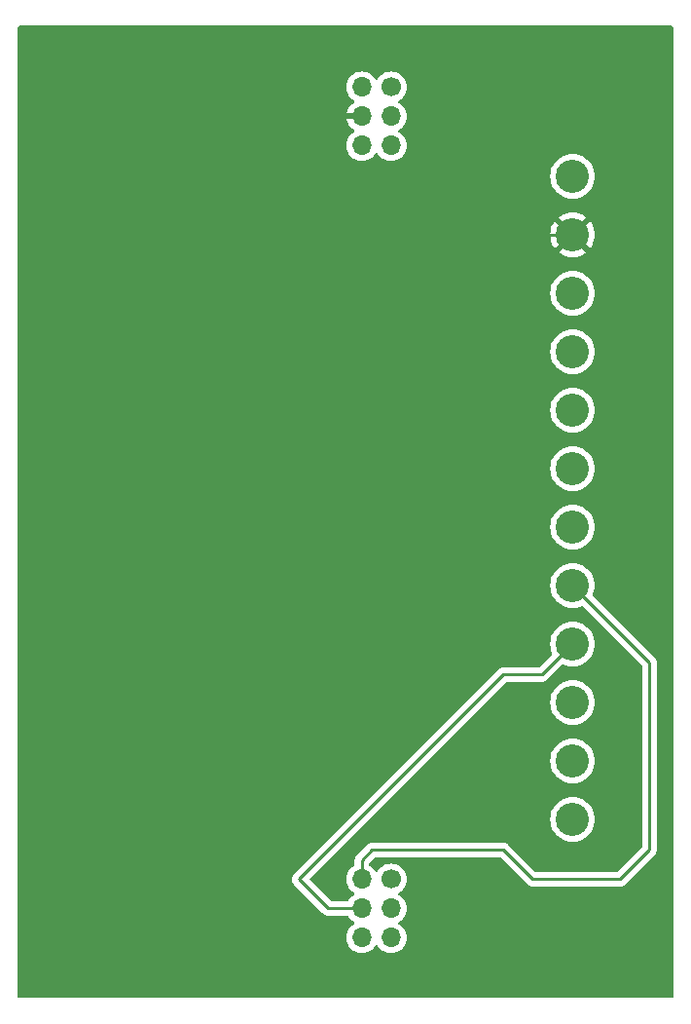
<source format=gbr>
%TF.GenerationSoftware,KiCad,Pcbnew,(7.0.0)*%
%TF.CreationDate,2023-03-18T03:05:19-07:00*%
%TF.ProjectId,Bottom_Board,426f7474-6f6d-45f4-926f-6172642e6b69,0*%
%TF.SameCoordinates,Original*%
%TF.FileFunction,Copper,L2,Bot*%
%TF.FilePolarity,Positive*%
%FSLAX46Y46*%
G04 Gerber Fmt 4.6, Leading zero omitted, Abs format (unit mm)*
G04 Created by KiCad (PCBNEW (7.0.0)) date 2023-03-18 03:05:19*
%MOMM*%
%LPD*%
G01*
G04 APERTURE LIST*
%TA.AperFunction,ComponentPad*%
%ADD10C,1.700000*%
%TD*%
%TA.AperFunction,ComponentPad*%
%ADD11O,1.700000X1.700000*%
%TD*%
%TA.AperFunction,ComponentPad*%
%ADD12C,2.880000*%
%TD*%
%TA.AperFunction,Conductor*%
%ADD13C,0.250000*%
%TD*%
G04 APERTURE END LIST*
D10*
%TO.P,J4,1,Pin_1*%
%TO.N,AN1*%
X132461000Y-68326000D03*
D11*
%TO.P,J4,2,Pin_2*%
%TO.N,AN0*%
X129920999Y-68325999D03*
%TO.P,J4,3,Pin_3*%
%TO.N,AN2*%
X132460999Y-70865999D03*
%TO.P,J4,4,Pin_4*%
%TO.N,GND*%
X129920999Y-70865999D03*
%TO.P,J4,5,Pin_5*%
%TO.N,AN3*%
X132460999Y-73405999D03*
%TO.P,J4,6,Pin_6*%
%TO.N,VBAT*%
X129920999Y-73405999D03*
%TD*%
D12*
%TO.P,J6,1,Pin_1*%
%TO.N,D9*%
X148251200Y-131962000D03*
%TO.P,J6,2,Pin_2*%
%TO.N,D6*%
X148251200Y-126882000D03*
%TO.P,J6,3,Pin_3*%
%TO.N,D5*%
X148251200Y-121802000D03*
%TO.P,J6,4,Pin_4*%
%TO.N,A2*%
X148251200Y-116722000D03*
%TO.P,J6,5,Pin_5*%
%TO.N,A0*%
X148251200Y-111642000D03*
%TO.P,J6,6,Pin_6*%
%TO.N,A1*%
X148251200Y-106562000D03*
%TO.P,J6,7,Pin_7*%
%TO.N,VBAT*%
X148251200Y-101482000D03*
%TO.P,J6,8,Pin_8*%
%TO.N,AN3*%
X148251200Y-96402000D03*
%TO.P,J6,9,Pin_9*%
%TO.N,AN2*%
X148251200Y-91322000D03*
%TO.P,J6,10,Pin_10*%
%TO.N,AN1*%
X148251200Y-86242000D03*
%TO.P,J6,11,Pin_11*%
%TO.N,GND*%
X148251200Y-81162000D03*
%TO.P,J6,12,Pin_12*%
%TO.N,AN0*%
X148251200Y-76082000D03*
%TD*%
D10*
%TO.P,J3,1,Pin_1*%
%TO.N,D5*%
X132461000Y-137160000D03*
D11*
%TO.P,J3,2,Pin_2*%
%TO.N,A0*%
X129920999Y-137159999D03*
%TO.P,J3,3,Pin_3*%
%TO.N,D6*%
X132460999Y-139699999D03*
%TO.P,J3,4,Pin_4*%
%TO.N,A2*%
X129920999Y-139699999D03*
%TO.P,J3,5,Pin_5*%
%TO.N,D9*%
X132460999Y-142239999D03*
%TO.P,J3,6,Pin_6*%
%TO.N,A1*%
X129920999Y-142239999D03*
%TD*%
D13*
%TO.N,A0*%
X154940000Y-118330800D02*
X148251200Y-111642000D01*
X154940000Y-134620000D02*
X154940000Y-118330800D01*
X130810000Y-134620000D02*
X142240000Y-134620000D01*
X142240000Y-134620000D02*
X144780000Y-137160000D01*
X129921000Y-135509000D02*
X130810000Y-134620000D01*
X144780000Y-137160000D02*
X152400000Y-137160000D01*
X152400000Y-137160000D02*
X154940000Y-134620000D01*
X129921000Y-137160000D02*
X129921000Y-135509000D01*
%TO.N,A2*%
X145593200Y-119380000D02*
X148251200Y-116722000D01*
X142240000Y-119380000D02*
X145593200Y-119380000D01*
X124460000Y-137160000D02*
X142240000Y-119380000D01*
X127000000Y-139700000D02*
X124460000Y-137160000D01*
X129921000Y-139700000D02*
X127000000Y-139700000D01*
%TO.N,GND*%
X127000000Y-76200000D02*
X131962000Y-81162000D01*
X127254000Y-70866000D02*
X127000000Y-71120000D01*
X129921000Y-70866000D02*
X127254000Y-70866000D01*
X127000000Y-71120000D02*
X127000000Y-76200000D01*
X131962000Y-81162000D02*
X148251200Y-81162000D01*
%TD*%
%TA.AperFunction,Conductor*%
%TO.N,GND*%
G36*
X156937500Y-63017113D02*
G01*
X156982887Y-63062500D01*
X156999500Y-63124500D01*
X156999500Y-147375500D01*
X156982887Y-147437500D01*
X156937500Y-147482887D01*
X156875500Y-147499500D01*
X100124500Y-147499500D01*
X100062500Y-147482887D01*
X100017113Y-147437500D01*
X100000500Y-147375500D01*
X100000500Y-137140196D01*
X123829840Y-137140196D01*
X123830573Y-137147953D01*
X123830573Y-137147962D01*
X123835059Y-137195414D01*
X123835548Y-137203186D01*
X123837045Y-137250828D01*
X123837046Y-137250834D01*
X123837291Y-137258627D01*
X123839467Y-137266118D01*
X123839468Y-137266122D01*
X123839572Y-137266479D01*
X123843942Y-137289385D01*
X123843977Y-137289760D01*
X123843979Y-137289769D01*
X123844713Y-137297533D01*
X123847354Y-137304869D01*
X123847355Y-137304873D01*
X123863501Y-137349721D01*
X123865907Y-137357127D01*
X123879205Y-137402899D01*
X123879206Y-137402903D01*
X123881382Y-137410390D01*
X123885350Y-137417100D01*
X123885355Y-137417111D01*
X123885548Y-137417437D01*
X123895473Y-137438527D01*
X123895602Y-137438886D01*
X123895603Y-137438889D01*
X123898246Y-137446228D01*
X123929429Y-137492113D01*
X123933592Y-137498673D01*
X123961830Y-137546420D01*
X123967344Y-137551934D01*
X123967345Y-137551935D01*
X123967605Y-137552195D01*
X123982478Y-137570173D01*
X123987076Y-137576938D01*
X124022196Y-137607900D01*
X124028685Y-137613621D01*
X124034364Y-137618954D01*
X126502707Y-140087298D01*
X126510159Y-140095487D01*
X126514214Y-140101877D01*
X126563223Y-140147900D01*
X126566019Y-140150610D01*
X126585529Y-140170120D01*
X126588709Y-140172587D01*
X126597571Y-140180155D01*
X126611020Y-140192785D01*
X126623732Y-140204723D01*
X126623734Y-140204724D01*
X126629418Y-140210062D01*
X126636251Y-140213818D01*
X126636252Y-140213819D01*
X126646973Y-140219713D01*
X126663234Y-140230394D01*
X126679064Y-140242673D01*
X126719155Y-140260021D01*
X126729635Y-140265155D01*
X126767908Y-140286197D01*
X126787316Y-140291180D01*
X126805719Y-140297481D01*
X126816944Y-140302339D01*
X126816946Y-140302339D01*
X126824104Y-140305437D01*
X126867258Y-140312271D01*
X126878644Y-140314629D01*
X126920981Y-140325500D01*
X126941017Y-140325500D01*
X126960415Y-140327027D01*
X126972486Y-140328939D01*
X126972487Y-140328939D01*
X126980196Y-140330160D01*
X127018276Y-140326560D01*
X127023676Y-140326050D01*
X127035345Y-140325500D01*
X128645772Y-140325500D01*
X128703029Y-140339511D01*
X128747347Y-140378376D01*
X128879399Y-140566966D01*
X128879402Y-140566970D01*
X128882505Y-140571401D01*
X129049599Y-140738495D01*
X129054032Y-140741599D01*
X129054038Y-140741604D01*
X129235158Y-140868425D01*
X129274024Y-140912743D01*
X129288035Y-140970000D01*
X129274024Y-141027257D01*
X129235159Y-141071575D01*
X129054041Y-141198395D01*
X129049599Y-141201505D01*
X129045775Y-141205328D01*
X129045769Y-141205334D01*
X128886334Y-141364769D01*
X128886328Y-141364775D01*
X128882505Y-141368599D01*
X128879402Y-141373029D01*
X128879399Y-141373034D01*
X128750073Y-141557731D01*
X128750068Y-141557738D01*
X128746965Y-141562171D01*
X128744677Y-141567077D01*
X128744675Y-141567081D01*
X128649386Y-141771427D01*
X128649383Y-141771432D01*
X128647097Y-141776337D01*
X128645698Y-141781557D01*
X128645694Y-141781569D01*
X128587337Y-141999365D01*
X128587335Y-141999371D01*
X128585937Y-142004592D01*
X128565341Y-142240000D01*
X128585937Y-142475408D01*
X128587336Y-142480630D01*
X128587337Y-142480634D01*
X128645694Y-142698430D01*
X128645697Y-142698438D01*
X128647097Y-142703663D01*
X128649385Y-142708570D01*
X128649386Y-142708572D01*
X128744678Y-142912927D01*
X128744681Y-142912933D01*
X128746965Y-142917830D01*
X128750064Y-142922257D01*
X128750066Y-142922259D01*
X128879399Y-143106966D01*
X128879402Y-143106970D01*
X128882505Y-143111401D01*
X129049599Y-143278495D01*
X129243170Y-143414035D01*
X129457337Y-143513903D01*
X129685592Y-143575063D01*
X129921000Y-143595659D01*
X130156408Y-143575063D01*
X130384663Y-143513903D01*
X130598830Y-143414035D01*
X130792401Y-143278495D01*
X130959495Y-143111401D01*
X131089424Y-142925842D01*
X131133743Y-142886976D01*
X131191000Y-142872965D01*
X131248257Y-142886976D01*
X131292575Y-142925842D01*
X131419395Y-143106961D01*
X131419401Y-143106968D01*
X131422505Y-143111401D01*
X131589599Y-143278495D01*
X131783170Y-143414035D01*
X131997337Y-143513903D01*
X132225592Y-143575063D01*
X132461000Y-143595659D01*
X132696408Y-143575063D01*
X132924663Y-143513903D01*
X133138830Y-143414035D01*
X133332401Y-143278495D01*
X133499495Y-143111401D01*
X133635035Y-142917830D01*
X133734903Y-142703663D01*
X133796063Y-142475408D01*
X133816659Y-142240000D01*
X133796063Y-142004592D01*
X133734903Y-141776337D01*
X133635035Y-141562171D01*
X133499495Y-141368599D01*
X133332401Y-141201505D01*
X133327968Y-141198401D01*
X133327961Y-141198395D01*
X133146842Y-141071575D01*
X133107976Y-141027257D01*
X133093965Y-140970000D01*
X133107976Y-140912743D01*
X133146842Y-140868425D01*
X133327961Y-140741604D01*
X133327961Y-140741603D01*
X133332401Y-140738495D01*
X133499495Y-140571401D01*
X133635035Y-140377830D01*
X133734903Y-140163663D01*
X133796063Y-139935408D01*
X133816659Y-139700000D01*
X133796063Y-139464592D01*
X133734903Y-139236337D01*
X133635035Y-139022171D01*
X133499495Y-138828599D01*
X133332401Y-138661505D01*
X133327970Y-138658402D01*
X133327966Y-138658399D01*
X133146841Y-138531574D01*
X133107976Y-138487256D01*
X133093965Y-138429999D01*
X133107976Y-138372742D01*
X133146839Y-138328426D01*
X133332401Y-138198495D01*
X133499495Y-138031401D01*
X133635035Y-137837830D01*
X133734903Y-137623663D01*
X133796063Y-137395408D01*
X133816659Y-137160000D01*
X133796063Y-136924592D01*
X133734903Y-136696337D01*
X133635035Y-136482171D01*
X133499495Y-136288599D01*
X133332401Y-136121505D01*
X133327970Y-136118402D01*
X133327966Y-136118399D01*
X133143259Y-135989066D01*
X133143257Y-135989064D01*
X133138830Y-135985965D01*
X133133933Y-135983681D01*
X133133927Y-135983678D01*
X132929572Y-135888386D01*
X132929570Y-135888385D01*
X132924663Y-135886097D01*
X132919438Y-135884697D01*
X132919430Y-135884694D01*
X132701634Y-135826337D01*
X132701630Y-135826336D01*
X132696408Y-135824937D01*
X132691020Y-135824465D01*
X132691017Y-135824465D01*
X132466395Y-135804813D01*
X132461000Y-135804341D01*
X132455605Y-135804813D01*
X132230982Y-135824465D01*
X132230977Y-135824465D01*
X132225592Y-135824937D01*
X132220371Y-135826335D01*
X132220365Y-135826337D01*
X132002569Y-135884694D01*
X132002557Y-135884698D01*
X131997337Y-135886097D01*
X131992432Y-135888383D01*
X131992427Y-135888386D01*
X131788081Y-135983675D01*
X131788077Y-135983677D01*
X131783171Y-135985965D01*
X131778738Y-135989068D01*
X131778731Y-135989073D01*
X131594034Y-136118399D01*
X131594029Y-136118402D01*
X131589599Y-136121505D01*
X131585775Y-136125328D01*
X131585769Y-136125334D01*
X131426334Y-136284769D01*
X131426328Y-136284775D01*
X131422505Y-136288599D01*
X131419403Y-136293028D01*
X131419403Y-136293029D01*
X131292574Y-136474160D01*
X131248256Y-136513025D01*
X131190999Y-136527036D01*
X131133742Y-136513025D01*
X131089426Y-136474161D01*
X130959495Y-136288599D01*
X130792401Y-136121505D01*
X130787970Y-136118402D01*
X130787966Y-136118399D01*
X130599376Y-135986347D01*
X130560511Y-135942029D01*
X130546500Y-135884772D01*
X130546500Y-135819452D01*
X130555939Y-135771999D01*
X130582819Y-135731771D01*
X131032772Y-135281819D01*
X131073000Y-135254939D01*
X131120453Y-135245500D01*
X141929548Y-135245500D01*
X141977001Y-135254939D01*
X142017229Y-135281819D01*
X144282707Y-137547298D01*
X144290159Y-137555487D01*
X144294214Y-137561877D01*
X144343223Y-137607900D01*
X144346019Y-137610610D01*
X144365529Y-137630120D01*
X144368709Y-137632587D01*
X144377571Y-137640155D01*
X144390880Y-137652654D01*
X144403732Y-137664723D01*
X144403734Y-137664724D01*
X144409418Y-137670062D01*
X144416251Y-137673818D01*
X144416252Y-137673819D01*
X144426973Y-137679713D01*
X144443234Y-137690394D01*
X144459064Y-137702673D01*
X144499155Y-137720021D01*
X144509635Y-137725155D01*
X144547908Y-137746197D01*
X144567316Y-137751180D01*
X144585719Y-137757481D01*
X144596944Y-137762339D01*
X144596946Y-137762339D01*
X144604104Y-137765437D01*
X144647258Y-137772271D01*
X144658644Y-137774629D01*
X144700981Y-137785500D01*
X144721017Y-137785500D01*
X144740415Y-137787027D01*
X144752486Y-137788939D01*
X144752487Y-137788939D01*
X144760196Y-137790160D01*
X144798276Y-137786560D01*
X144803676Y-137786050D01*
X144815345Y-137785500D01*
X152322225Y-137785500D01*
X152333280Y-137786021D01*
X152340667Y-137787673D01*
X152407872Y-137785561D01*
X152411768Y-137785500D01*
X152435448Y-137785500D01*
X152439350Y-137785500D01*
X152443313Y-137784999D01*
X152454963Y-137784080D01*
X152498627Y-137782709D01*
X152517861Y-137777119D01*
X152536917Y-137773174D01*
X152556792Y-137770664D01*
X152597395Y-137754587D01*
X152608450Y-137750802D01*
X152650390Y-137738618D01*
X152667629Y-137728422D01*
X152685103Y-137719862D01*
X152696474Y-137715360D01*
X152696476Y-137715358D01*
X152703732Y-137712486D01*
X152739069Y-137686811D01*
X152748824Y-137680403D01*
X152786420Y-137658170D01*
X152800584Y-137644005D01*
X152815379Y-137631368D01*
X152831587Y-137619594D01*
X152859428Y-137585938D01*
X152867279Y-137577309D01*
X155327311Y-135117278D01*
X155335481Y-135109844D01*
X155341877Y-135105786D01*
X155387918Y-135056756D01*
X155390535Y-135054054D01*
X155410120Y-135034471D01*
X155412585Y-135031292D01*
X155420167Y-135022416D01*
X155450062Y-134990582D01*
X155459713Y-134973023D01*
X155470390Y-134956770D01*
X155482673Y-134940936D01*
X155500018Y-134900852D01*
X155505151Y-134890371D01*
X155526197Y-134852092D01*
X155531179Y-134832684D01*
X155537482Y-134814276D01*
X155545437Y-134795896D01*
X155552271Y-134752744D01*
X155554633Y-134741338D01*
X155565500Y-134699019D01*
X155565500Y-134678983D01*
X155567027Y-134659585D01*
X155568939Y-134647513D01*
X155568938Y-134647513D01*
X155570160Y-134639804D01*
X155566050Y-134596324D01*
X155565500Y-134584655D01*
X155565500Y-118408575D01*
X155566021Y-118397519D01*
X155567673Y-118390133D01*
X155565561Y-118322913D01*
X155565500Y-118319019D01*
X155565500Y-118295342D01*
X155565500Y-118291450D01*
X155564998Y-118287483D01*
X155564081Y-118275826D01*
X155562710Y-118232173D01*
X155557118Y-118212928D01*
X155553174Y-118193883D01*
X155550664Y-118174008D01*
X155534579Y-118133383D01*
X155530806Y-118122362D01*
X155518618Y-118080410D01*
X155508417Y-118063160D01*
X155499863Y-118045701D01*
X155492486Y-118027068D01*
X155466808Y-117991725D01*
X155460401Y-117981971D01*
X155442142Y-117951096D01*
X155442141Y-117951094D01*
X155438170Y-117944380D01*
X155424005Y-117930215D01*
X155411370Y-117915422D01*
X155399594Y-117899213D01*
X155393583Y-117894240D01*
X155393581Y-117894238D01*
X155365941Y-117871373D01*
X155357300Y-117863510D01*
X150056312Y-112562521D01*
X150030005Y-112523653D01*
X150020028Y-112477791D01*
X150027810Y-112431511D01*
X150117852Y-112190099D01*
X150176855Y-111918867D01*
X150196657Y-111642000D01*
X150176855Y-111365133D01*
X150117852Y-111093901D01*
X150020850Y-110833828D01*
X149887823Y-110590207D01*
X149721478Y-110367997D01*
X149525203Y-110171722D01*
X149521666Y-110169074D01*
X149521660Y-110169069D01*
X149306542Y-110008034D01*
X149302993Y-110005377D01*
X149299106Y-110003254D01*
X149299099Y-110003250D01*
X149063258Y-109874472D01*
X149059372Y-109872350D01*
X149055229Y-109870804D01*
X149055223Y-109870802D01*
X148803452Y-109776897D01*
X148799299Y-109775348D01*
X148794967Y-109774405D01*
X148794965Y-109774405D01*
X148532400Y-109717287D01*
X148532392Y-109717285D01*
X148528067Y-109716345D01*
X148523653Y-109716029D01*
X148523644Y-109716028D01*
X148255618Y-109696859D01*
X148251200Y-109696543D01*
X148246782Y-109696859D01*
X147978755Y-109716028D01*
X147978744Y-109716029D01*
X147974333Y-109716345D01*
X147970009Y-109717285D01*
X147969999Y-109717287D01*
X147707434Y-109774405D01*
X147707428Y-109774406D01*
X147703101Y-109775348D01*
X147698951Y-109776895D01*
X147698947Y-109776897D01*
X147447176Y-109870802D01*
X147447165Y-109870806D01*
X147443028Y-109872350D01*
X147439146Y-109874469D01*
X147439141Y-109874472D01*
X147203300Y-110003250D01*
X147203286Y-110003258D01*
X147199407Y-110005377D01*
X147195861Y-110008030D01*
X147195857Y-110008034D01*
X146980739Y-110169069D01*
X146980726Y-110169079D01*
X146977197Y-110171722D01*
X146974071Y-110174847D01*
X146974064Y-110174854D01*
X146784054Y-110364864D01*
X146784047Y-110364871D01*
X146780922Y-110367997D01*
X146778279Y-110371526D01*
X146778269Y-110371539D01*
X146617234Y-110586657D01*
X146617230Y-110586661D01*
X146614577Y-110590207D01*
X146612458Y-110594086D01*
X146612450Y-110594100D01*
X146483672Y-110829941D01*
X146481550Y-110833828D01*
X146480006Y-110837965D01*
X146480002Y-110837976D01*
X146386097Y-111089747D01*
X146384548Y-111093901D01*
X146383606Y-111098228D01*
X146383605Y-111098234D01*
X146326487Y-111360799D01*
X146326485Y-111360809D01*
X146325545Y-111365133D01*
X146325229Y-111369544D01*
X146325228Y-111369555D01*
X146306497Y-111631453D01*
X146305743Y-111642000D01*
X146306059Y-111646418D01*
X146325228Y-111914444D01*
X146325229Y-111914453D01*
X146325545Y-111918867D01*
X146326485Y-111923192D01*
X146326487Y-111923200D01*
X146383605Y-112185765D01*
X146384548Y-112190099D01*
X146386097Y-112194252D01*
X146480002Y-112446023D01*
X146480004Y-112446029D01*
X146481550Y-112450172D01*
X146483672Y-112454058D01*
X146612450Y-112689899D01*
X146612454Y-112689906D01*
X146614577Y-112693793D01*
X146617234Y-112697342D01*
X146778269Y-112912460D01*
X146778274Y-112912466D01*
X146780922Y-112916003D01*
X146977197Y-113112278D01*
X146980734Y-113114926D01*
X146980739Y-113114930D01*
X147087055Y-113194517D01*
X147199407Y-113278623D01*
X147443028Y-113411650D01*
X147703101Y-113508652D01*
X147974333Y-113567655D01*
X148251200Y-113587457D01*
X148528067Y-113567655D01*
X148799299Y-113508652D01*
X149040710Y-113418610D01*
X149086992Y-113410828D01*
X149132854Y-113420805D01*
X149171722Y-113447112D01*
X154278181Y-118553571D01*
X154305061Y-118593799D01*
X154314500Y-118641252D01*
X154314500Y-134309547D01*
X154305061Y-134357000D01*
X154278181Y-134397228D01*
X152177228Y-136498181D01*
X152137000Y-136525061D01*
X152089547Y-136534500D01*
X145090453Y-136534500D01*
X145043000Y-136525061D01*
X145002772Y-136498181D01*
X142737286Y-134232695D01*
X142729842Y-134224514D01*
X142725786Y-134218123D01*
X142676775Y-134172098D01*
X142673978Y-134169387D01*
X142657227Y-134152636D01*
X142654471Y-134149880D01*
X142651290Y-134147412D01*
X142642414Y-134139830D01*
X142616269Y-134115278D01*
X142616267Y-134115276D01*
X142610582Y-134109938D01*
X142603749Y-134106182D01*
X142603743Y-134106177D01*
X142593025Y-134100285D01*
X142576766Y-134089606D01*
X142567095Y-134082104D01*
X142567092Y-134082102D01*
X142560936Y-134077327D01*
X142553779Y-134074229D01*
X142553776Y-134074228D01*
X142520849Y-134059978D01*
X142510363Y-134054841D01*
X142478932Y-134037562D01*
X142478923Y-134037558D01*
X142472092Y-134033803D01*
X142464535Y-134031862D01*
X142464531Y-134031861D01*
X142452688Y-134028820D01*
X142434284Y-134022519D01*
X142423057Y-134017660D01*
X142423050Y-134017658D01*
X142415896Y-134014562D01*
X142408192Y-134013341D01*
X142408190Y-134013341D01*
X142372759Y-134007729D01*
X142361324Y-134005361D01*
X142326571Y-133996438D01*
X142326563Y-133996437D01*
X142319019Y-133994500D01*
X142311223Y-133994500D01*
X142298983Y-133994500D01*
X142279597Y-133992974D01*
X142259804Y-133989840D01*
X142252038Y-133990574D01*
X142252035Y-133990574D01*
X142216324Y-133993950D01*
X142204655Y-133994500D01*
X130887775Y-133994500D01*
X130876719Y-133993978D01*
X130869333Y-133992327D01*
X130861545Y-133992571D01*
X130861538Y-133992571D01*
X130802127Y-133994439D01*
X130798232Y-133994500D01*
X130770650Y-133994500D01*
X130766805Y-133994985D01*
X130766780Y-133994987D01*
X130766653Y-133995004D01*
X130755034Y-133995918D01*
X130719172Y-133997045D01*
X130719165Y-133997046D01*
X130711373Y-133997291D01*
X130703888Y-133999465D01*
X130703872Y-133999468D01*
X130692126Y-134002881D01*
X130673083Y-134006825D01*
X130660949Y-134008358D01*
X130660948Y-134008358D01*
X130653208Y-134009336D01*
X130645958Y-134012205D01*
X130645951Y-134012208D01*
X130612598Y-134025413D01*
X130601554Y-134029194D01*
X130567101Y-134039204D01*
X130567090Y-134039208D01*
X130559610Y-134041382D01*
X130552898Y-134045351D01*
X130552896Y-134045352D01*
X130542364Y-134051580D01*
X130524904Y-134060134D01*
X130513519Y-134064642D01*
X130513513Y-134064644D01*
X130506268Y-134067514D01*
X130499963Y-134072094D01*
X130499955Y-134072099D01*
X130470932Y-134093185D01*
X130461174Y-134099595D01*
X130430296Y-134117857D01*
X130430290Y-134117861D01*
X130423580Y-134121830D01*
X130418067Y-134127341D01*
X130418060Y-134127348D01*
X130409410Y-134135998D01*
X130394627Y-134148624D01*
X130384726Y-134155817D01*
X130384716Y-134155826D01*
X130378413Y-134160406D01*
X130373444Y-134166411D01*
X130373441Y-134166415D01*
X130350572Y-134194059D01*
X130342711Y-134202697D01*
X129533696Y-135011711D01*
X129525511Y-135019159D01*
X129519123Y-135023214D01*
X129513788Y-135028894D01*
X129513783Y-135028899D01*
X129473096Y-135072225D01*
X129470392Y-135075016D01*
X129453628Y-135091780D01*
X129453621Y-135091787D01*
X129450880Y-135094529D01*
X129448500Y-135097596D01*
X129448489Y-135097609D01*
X129448400Y-135097725D01*
X129440842Y-135106570D01*
X129416280Y-135132727D01*
X129416273Y-135132736D01*
X129410938Y-135138418D01*
X129407182Y-135145249D01*
X129407179Y-135145254D01*
X129401285Y-135155975D01*
X129390609Y-135172227D01*
X129383109Y-135181896D01*
X129383101Y-135181907D01*
X129378327Y-135188064D01*
X129375234Y-135195208D01*
X129375229Y-135195219D01*
X129360974Y-135228160D01*
X129355838Y-135238643D01*
X129334803Y-135276908D01*
X129332864Y-135284456D01*
X129332863Y-135284461D01*
X129329822Y-135296307D01*
X129323521Y-135314711D01*
X129318658Y-135325948D01*
X129318656Y-135325952D01*
X129315562Y-135333104D01*
X129314342Y-135340803D01*
X129314342Y-135340805D01*
X129308729Y-135376241D01*
X129306361Y-135387676D01*
X129297438Y-135422428D01*
X129297436Y-135422436D01*
X129295500Y-135429981D01*
X129295500Y-135437777D01*
X129295500Y-135450017D01*
X129293974Y-135469402D01*
X129290840Y-135489196D01*
X129291574Y-135496961D01*
X129291574Y-135496964D01*
X129294950Y-135532676D01*
X129295500Y-135544345D01*
X129295500Y-135884774D01*
X129281489Y-135942031D01*
X129242625Y-135986347D01*
X129180968Y-136029519D01*
X129054034Y-136118399D01*
X129054029Y-136118402D01*
X129049599Y-136121505D01*
X129045775Y-136125328D01*
X129045769Y-136125334D01*
X128886334Y-136284769D01*
X128886328Y-136284775D01*
X128882505Y-136288599D01*
X128879402Y-136293029D01*
X128879399Y-136293034D01*
X128750073Y-136477731D01*
X128750068Y-136477738D01*
X128746965Y-136482171D01*
X128744677Y-136487077D01*
X128744675Y-136487081D01*
X128649386Y-136691427D01*
X128649383Y-136691432D01*
X128647097Y-136696337D01*
X128645698Y-136701557D01*
X128645694Y-136701569D01*
X128587337Y-136919365D01*
X128587335Y-136919371D01*
X128585937Y-136924592D01*
X128585465Y-136929977D01*
X128585465Y-136929982D01*
X128573012Y-137072318D01*
X128565341Y-137160000D01*
X128565813Y-137165395D01*
X128582587Y-137357127D01*
X128585937Y-137395408D01*
X128587336Y-137400630D01*
X128587337Y-137400634D01*
X128645694Y-137618430D01*
X128645697Y-137618438D01*
X128647097Y-137623663D01*
X128649385Y-137628570D01*
X128649386Y-137628572D01*
X128744678Y-137832927D01*
X128744681Y-137832933D01*
X128746965Y-137837830D01*
X128750064Y-137842257D01*
X128750066Y-137842259D01*
X128879399Y-138026966D01*
X128879402Y-138026970D01*
X128882505Y-138031401D01*
X129049599Y-138198495D01*
X129054032Y-138201599D01*
X129054038Y-138201604D01*
X129235158Y-138328425D01*
X129274024Y-138372743D01*
X129288035Y-138430000D01*
X129274024Y-138487257D01*
X129235160Y-138531574D01*
X129049599Y-138661505D01*
X129045775Y-138665328D01*
X129045769Y-138665334D01*
X128886334Y-138824769D01*
X128886328Y-138824775D01*
X128882505Y-138828599D01*
X128879402Y-138833029D01*
X128879399Y-138833034D01*
X128747349Y-139021623D01*
X128703031Y-139060489D01*
X128645774Y-139074500D01*
X127310453Y-139074500D01*
X127263000Y-139065061D01*
X127222772Y-139038181D01*
X125432271Y-137247680D01*
X125400177Y-137192093D01*
X125400177Y-137127905D01*
X125432271Y-137072318D01*
X130542590Y-131962000D01*
X146305743Y-131962000D01*
X146306059Y-131966418D01*
X146325228Y-132234444D01*
X146325229Y-132234453D01*
X146325545Y-132238867D01*
X146326485Y-132243192D01*
X146326487Y-132243200D01*
X146383605Y-132505765D01*
X146384548Y-132510099D01*
X146386097Y-132514252D01*
X146480002Y-132766023D01*
X146480004Y-132766029D01*
X146481550Y-132770172D01*
X146483672Y-132774058D01*
X146612450Y-133009899D01*
X146612454Y-133009906D01*
X146614577Y-133013793D01*
X146617234Y-133017342D01*
X146778269Y-133232460D01*
X146778274Y-133232466D01*
X146780922Y-133236003D01*
X146977197Y-133432278D01*
X146980734Y-133434926D01*
X146980739Y-133434930D01*
X147087055Y-133514517D01*
X147199407Y-133598623D01*
X147443028Y-133731650D01*
X147703101Y-133828652D01*
X147974333Y-133887655D01*
X148251200Y-133907457D01*
X148528067Y-133887655D01*
X148799299Y-133828652D01*
X149059372Y-133731650D01*
X149302993Y-133598623D01*
X149525203Y-133432278D01*
X149721478Y-133236003D01*
X149887823Y-133013793D01*
X150020850Y-132770172D01*
X150117852Y-132510099D01*
X150176855Y-132238867D01*
X150196657Y-131962000D01*
X150176855Y-131685133D01*
X150117852Y-131413901D01*
X150020850Y-131153828D01*
X149887823Y-130910207D01*
X149721478Y-130687997D01*
X149525203Y-130491722D01*
X149521666Y-130489074D01*
X149521660Y-130489069D01*
X149306542Y-130328034D01*
X149302993Y-130325377D01*
X149299106Y-130323254D01*
X149299099Y-130323250D01*
X149063258Y-130194472D01*
X149059372Y-130192350D01*
X149055229Y-130190804D01*
X149055223Y-130190802D01*
X148803452Y-130096897D01*
X148799299Y-130095348D01*
X148794967Y-130094405D01*
X148794965Y-130094405D01*
X148532400Y-130037287D01*
X148532392Y-130037285D01*
X148528067Y-130036345D01*
X148523653Y-130036029D01*
X148523644Y-130036028D01*
X148255618Y-130016859D01*
X148251200Y-130016543D01*
X148246782Y-130016859D01*
X147978755Y-130036028D01*
X147978744Y-130036029D01*
X147974333Y-130036345D01*
X147970009Y-130037285D01*
X147969999Y-130037287D01*
X147707434Y-130094405D01*
X147707428Y-130094406D01*
X147703101Y-130095348D01*
X147698951Y-130096895D01*
X147698947Y-130096897D01*
X147447176Y-130190802D01*
X147447165Y-130190806D01*
X147443028Y-130192350D01*
X147439146Y-130194469D01*
X147439141Y-130194472D01*
X147203300Y-130323250D01*
X147203286Y-130323258D01*
X147199407Y-130325377D01*
X147195861Y-130328030D01*
X147195857Y-130328034D01*
X146980739Y-130489069D01*
X146980726Y-130489079D01*
X146977197Y-130491722D01*
X146974071Y-130494847D01*
X146974064Y-130494854D01*
X146784054Y-130684864D01*
X146784047Y-130684871D01*
X146780922Y-130687997D01*
X146778279Y-130691526D01*
X146778269Y-130691539D01*
X146617234Y-130906657D01*
X146617230Y-130906661D01*
X146614577Y-130910207D01*
X146612458Y-130914086D01*
X146612450Y-130914100D01*
X146483672Y-131149941D01*
X146481550Y-131153828D01*
X146480006Y-131157965D01*
X146480002Y-131157976D01*
X146386097Y-131409747D01*
X146384548Y-131413901D01*
X146383606Y-131418228D01*
X146383605Y-131418234D01*
X146326487Y-131680799D01*
X146326485Y-131680809D01*
X146325545Y-131685133D01*
X146325229Y-131689544D01*
X146325228Y-131689555D01*
X146306497Y-131951453D01*
X146305743Y-131962000D01*
X130542590Y-131962000D01*
X135622590Y-126882000D01*
X146305743Y-126882000D01*
X146306059Y-126886418D01*
X146325228Y-127154444D01*
X146325229Y-127154453D01*
X146325545Y-127158867D01*
X146326485Y-127163192D01*
X146326487Y-127163200D01*
X146383605Y-127425765D01*
X146384548Y-127430099D01*
X146386097Y-127434252D01*
X146480002Y-127686023D01*
X146480004Y-127686029D01*
X146481550Y-127690172D01*
X146483672Y-127694058D01*
X146612450Y-127929899D01*
X146612454Y-127929906D01*
X146614577Y-127933793D01*
X146617234Y-127937342D01*
X146778269Y-128152460D01*
X146778274Y-128152466D01*
X146780922Y-128156003D01*
X146977197Y-128352278D01*
X146980734Y-128354926D01*
X146980739Y-128354930D01*
X147087055Y-128434517D01*
X147199407Y-128518623D01*
X147443028Y-128651650D01*
X147703101Y-128748652D01*
X147974333Y-128807655D01*
X148251200Y-128827457D01*
X148528067Y-128807655D01*
X148799299Y-128748652D01*
X149059372Y-128651650D01*
X149302993Y-128518623D01*
X149525203Y-128352278D01*
X149721478Y-128156003D01*
X149887823Y-127933793D01*
X150020850Y-127690172D01*
X150117852Y-127430099D01*
X150176855Y-127158867D01*
X150196657Y-126882000D01*
X150176855Y-126605133D01*
X150117852Y-126333901D01*
X150020850Y-126073828D01*
X149887823Y-125830207D01*
X149721478Y-125607997D01*
X149525203Y-125411722D01*
X149521666Y-125409074D01*
X149521660Y-125409069D01*
X149306542Y-125248034D01*
X149302993Y-125245377D01*
X149299106Y-125243254D01*
X149299099Y-125243250D01*
X149063258Y-125114472D01*
X149059372Y-125112350D01*
X149055229Y-125110804D01*
X149055223Y-125110802D01*
X148803452Y-125016897D01*
X148799299Y-125015348D01*
X148794967Y-125014405D01*
X148794965Y-125014405D01*
X148532400Y-124957287D01*
X148532392Y-124957285D01*
X148528067Y-124956345D01*
X148523653Y-124956029D01*
X148523644Y-124956028D01*
X148255618Y-124936859D01*
X148251200Y-124936543D01*
X148246782Y-124936859D01*
X147978755Y-124956028D01*
X147978744Y-124956029D01*
X147974333Y-124956345D01*
X147970009Y-124957285D01*
X147969999Y-124957287D01*
X147707434Y-125014405D01*
X147707428Y-125014406D01*
X147703101Y-125015348D01*
X147698951Y-125016895D01*
X147698947Y-125016897D01*
X147447176Y-125110802D01*
X147447165Y-125110806D01*
X147443028Y-125112350D01*
X147439146Y-125114469D01*
X147439141Y-125114472D01*
X147203300Y-125243250D01*
X147203286Y-125243258D01*
X147199407Y-125245377D01*
X147195861Y-125248030D01*
X147195857Y-125248034D01*
X146980739Y-125409069D01*
X146980726Y-125409079D01*
X146977197Y-125411722D01*
X146974071Y-125414847D01*
X146974064Y-125414854D01*
X146784054Y-125604864D01*
X146784047Y-125604871D01*
X146780922Y-125607997D01*
X146778279Y-125611526D01*
X146778269Y-125611539D01*
X146617234Y-125826657D01*
X146617230Y-125826661D01*
X146614577Y-125830207D01*
X146612458Y-125834086D01*
X146612450Y-125834100D01*
X146483672Y-126069941D01*
X146481550Y-126073828D01*
X146480006Y-126077965D01*
X146480002Y-126077976D01*
X146386097Y-126329747D01*
X146384548Y-126333901D01*
X146383606Y-126338228D01*
X146383605Y-126338234D01*
X146326487Y-126600799D01*
X146326485Y-126600809D01*
X146325545Y-126605133D01*
X146325229Y-126609544D01*
X146325228Y-126609555D01*
X146306497Y-126871453D01*
X146305743Y-126882000D01*
X135622590Y-126882000D01*
X140702591Y-121802000D01*
X146305743Y-121802000D01*
X146306059Y-121806418D01*
X146325228Y-122074444D01*
X146325229Y-122074453D01*
X146325545Y-122078867D01*
X146326485Y-122083192D01*
X146326487Y-122083200D01*
X146383605Y-122345765D01*
X146384548Y-122350099D01*
X146386097Y-122354252D01*
X146480002Y-122606023D01*
X146480004Y-122606029D01*
X146481550Y-122610172D01*
X146483672Y-122614058D01*
X146612450Y-122849899D01*
X146612454Y-122849906D01*
X146614577Y-122853793D01*
X146617234Y-122857342D01*
X146778269Y-123072460D01*
X146778274Y-123072466D01*
X146780922Y-123076003D01*
X146977197Y-123272278D01*
X146980734Y-123274926D01*
X146980739Y-123274930D01*
X147087055Y-123354517D01*
X147199407Y-123438623D01*
X147443028Y-123571650D01*
X147703101Y-123668652D01*
X147974333Y-123727655D01*
X148251200Y-123747457D01*
X148528067Y-123727655D01*
X148799299Y-123668652D01*
X149059372Y-123571650D01*
X149302993Y-123438623D01*
X149525203Y-123272278D01*
X149721478Y-123076003D01*
X149887823Y-122853793D01*
X150020850Y-122610172D01*
X150117852Y-122350099D01*
X150176855Y-122078867D01*
X150196657Y-121802000D01*
X150176855Y-121525133D01*
X150117852Y-121253901D01*
X150020850Y-120993828D01*
X149887823Y-120750207D01*
X149721478Y-120527997D01*
X149525203Y-120331722D01*
X149521666Y-120329074D01*
X149521660Y-120329069D01*
X149306542Y-120168034D01*
X149302993Y-120165377D01*
X149299106Y-120163254D01*
X149299099Y-120163250D01*
X149063258Y-120034472D01*
X149059372Y-120032350D01*
X149055229Y-120030804D01*
X149055223Y-120030802D01*
X148803452Y-119936897D01*
X148799299Y-119935348D01*
X148794967Y-119934405D01*
X148794965Y-119934405D01*
X148532400Y-119877287D01*
X148532392Y-119877285D01*
X148528067Y-119876345D01*
X148523653Y-119876029D01*
X148523644Y-119876028D01*
X148255618Y-119856859D01*
X148251200Y-119856543D01*
X148246782Y-119856859D01*
X147978755Y-119876028D01*
X147978744Y-119876029D01*
X147974333Y-119876345D01*
X147970009Y-119877285D01*
X147969999Y-119877287D01*
X147707434Y-119934405D01*
X147707428Y-119934406D01*
X147703101Y-119935348D01*
X147698951Y-119936895D01*
X147698947Y-119936897D01*
X147447176Y-120030802D01*
X147447165Y-120030806D01*
X147443028Y-120032350D01*
X147439146Y-120034469D01*
X147439141Y-120034472D01*
X147203300Y-120163250D01*
X147203286Y-120163258D01*
X147199407Y-120165377D01*
X147195861Y-120168030D01*
X147195857Y-120168034D01*
X146980739Y-120329069D01*
X146980726Y-120329079D01*
X146977197Y-120331722D01*
X146974071Y-120334847D01*
X146974064Y-120334854D01*
X146784054Y-120524864D01*
X146784047Y-120524871D01*
X146780922Y-120527997D01*
X146778279Y-120531526D01*
X146778269Y-120531539D01*
X146617234Y-120746657D01*
X146617230Y-120746661D01*
X146614577Y-120750207D01*
X146612458Y-120754086D01*
X146612450Y-120754100D01*
X146483672Y-120989941D01*
X146481550Y-120993828D01*
X146480006Y-120997965D01*
X146480002Y-120997976D01*
X146386097Y-121249747D01*
X146384548Y-121253901D01*
X146383606Y-121258228D01*
X146383605Y-121258234D01*
X146326487Y-121520799D01*
X146326485Y-121520809D01*
X146325545Y-121525133D01*
X146325229Y-121529544D01*
X146325228Y-121529555D01*
X146306497Y-121791453D01*
X146305743Y-121802000D01*
X140702591Y-121802000D01*
X142462772Y-120041819D01*
X142503000Y-120014939D01*
X142550453Y-120005500D01*
X145515425Y-120005500D01*
X145526480Y-120006021D01*
X145533867Y-120007673D01*
X145601072Y-120005561D01*
X145604968Y-120005500D01*
X145628648Y-120005500D01*
X145632550Y-120005500D01*
X145636513Y-120004999D01*
X145648163Y-120004080D01*
X145691827Y-120002709D01*
X145711061Y-119997119D01*
X145730117Y-119993174D01*
X145749992Y-119990664D01*
X145790595Y-119974587D01*
X145801650Y-119970802D01*
X145843590Y-119958618D01*
X145860829Y-119948422D01*
X145878303Y-119939862D01*
X145889674Y-119935360D01*
X145889676Y-119935358D01*
X145896932Y-119932486D01*
X145932269Y-119906811D01*
X145942024Y-119900403D01*
X145979620Y-119878170D01*
X145993784Y-119864005D01*
X146008579Y-119851368D01*
X146024787Y-119839594D01*
X146052628Y-119805938D01*
X146060479Y-119797309D01*
X147330680Y-118527108D01*
X147369545Y-118500804D01*
X147415407Y-118490827D01*
X147461685Y-118498608D01*
X147703101Y-118588652D01*
X147974333Y-118647655D01*
X148251200Y-118667457D01*
X148528067Y-118647655D01*
X148799299Y-118588652D01*
X149059372Y-118491650D01*
X149302993Y-118358623D01*
X149525203Y-118192278D01*
X149721478Y-117996003D01*
X149887823Y-117773793D01*
X150020850Y-117530172D01*
X150117852Y-117270099D01*
X150176855Y-116998867D01*
X150196657Y-116722000D01*
X150176855Y-116445133D01*
X150117852Y-116173901D01*
X150020850Y-115913828D01*
X149887823Y-115670207D01*
X149721478Y-115447997D01*
X149525203Y-115251722D01*
X149521666Y-115249074D01*
X149521660Y-115249069D01*
X149306542Y-115088034D01*
X149302993Y-115085377D01*
X149299106Y-115083254D01*
X149299099Y-115083250D01*
X149063258Y-114954472D01*
X149059372Y-114952350D01*
X149055229Y-114950804D01*
X149055223Y-114950802D01*
X148803452Y-114856897D01*
X148799299Y-114855348D01*
X148794967Y-114854405D01*
X148794965Y-114854405D01*
X148532400Y-114797287D01*
X148532392Y-114797285D01*
X148528067Y-114796345D01*
X148523653Y-114796029D01*
X148523644Y-114796028D01*
X148255618Y-114776859D01*
X148251200Y-114776543D01*
X148246782Y-114776859D01*
X147978755Y-114796028D01*
X147978744Y-114796029D01*
X147974333Y-114796345D01*
X147970009Y-114797285D01*
X147969999Y-114797287D01*
X147707434Y-114854405D01*
X147707428Y-114854406D01*
X147703101Y-114855348D01*
X147698951Y-114856895D01*
X147698947Y-114856897D01*
X147447176Y-114950802D01*
X147447165Y-114950806D01*
X147443028Y-114952350D01*
X147439146Y-114954469D01*
X147439141Y-114954472D01*
X147203300Y-115083250D01*
X147203286Y-115083258D01*
X147199407Y-115085377D01*
X147195861Y-115088030D01*
X147195857Y-115088034D01*
X146980739Y-115249069D01*
X146980726Y-115249079D01*
X146977197Y-115251722D01*
X146974071Y-115254847D01*
X146974064Y-115254854D01*
X146784054Y-115444864D01*
X146784047Y-115444871D01*
X146780922Y-115447997D01*
X146778279Y-115451526D01*
X146778269Y-115451539D01*
X146617234Y-115666657D01*
X146617230Y-115666661D01*
X146614577Y-115670207D01*
X146612458Y-115674086D01*
X146612450Y-115674100D01*
X146483672Y-115909941D01*
X146481550Y-115913828D01*
X146480006Y-115917965D01*
X146480002Y-115917976D01*
X146386097Y-116169747D01*
X146384548Y-116173901D01*
X146383606Y-116178228D01*
X146383605Y-116178234D01*
X146326487Y-116440799D01*
X146326485Y-116440809D01*
X146325545Y-116445133D01*
X146325229Y-116449544D01*
X146325228Y-116449555D01*
X146306497Y-116711453D01*
X146305743Y-116722000D01*
X146306059Y-116726418D01*
X146325228Y-116994444D01*
X146325229Y-116994453D01*
X146325545Y-116998867D01*
X146326485Y-117003192D01*
X146326487Y-117003200D01*
X146383605Y-117265765D01*
X146384548Y-117270099D01*
X146386097Y-117274252D01*
X146474588Y-117511506D01*
X146479572Y-117581197D01*
X146446087Y-117642520D01*
X145370428Y-118718181D01*
X145330200Y-118745061D01*
X145282747Y-118754500D01*
X142317772Y-118754500D01*
X142306719Y-118753979D01*
X142299333Y-118752328D01*
X142291535Y-118752573D01*
X142232145Y-118754439D01*
X142228251Y-118754500D01*
X142200650Y-118754500D01*
X142196799Y-118754986D01*
X142196768Y-118754988D01*
X142196640Y-118755005D01*
X142185029Y-118755918D01*
X142149172Y-118757045D01*
X142149165Y-118757046D01*
X142141373Y-118757291D01*
X142133888Y-118759465D01*
X142133872Y-118759468D01*
X142122126Y-118762881D01*
X142103083Y-118766825D01*
X142090949Y-118768358D01*
X142090948Y-118768358D01*
X142083208Y-118769336D01*
X142075958Y-118772205D01*
X142075951Y-118772208D01*
X142042598Y-118785413D01*
X142031554Y-118789194D01*
X141997105Y-118799203D01*
X141997095Y-118799207D01*
X141989610Y-118801382D01*
X141982900Y-118805349D01*
X141982898Y-118805351D01*
X141979505Y-118807357D01*
X141972360Y-118811583D01*
X141954900Y-118820136D01*
X141936268Y-118827514D01*
X141929965Y-118832092D01*
X141929958Y-118832097D01*
X141900939Y-118853181D01*
X141891179Y-118859592D01*
X141860294Y-118877857D01*
X141860284Y-118877864D01*
X141853579Y-118881830D01*
X141848063Y-118887345D01*
X141848060Y-118887348D01*
X141839407Y-118896000D01*
X141824624Y-118908626D01*
X141814727Y-118915817D01*
X141814720Y-118915823D01*
X141808413Y-118920406D01*
X141803446Y-118926408D01*
X141803435Y-118926420D01*
X141780570Y-118954059D01*
X141772710Y-118962697D01*
X124067799Y-136667608D01*
X124049829Y-136682476D01*
X124049521Y-136682685D01*
X124049515Y-136682689D01*
X124043062Y-136687076D01*
X124037907Y-136692921D01*
X124037900Y-136692929D01*
X124006375Y-136728687D01*
X124001052Y-136734355D01*
X123992639Y-136742768D01*
X123992625Y-136742783D01*
X123989880Y-136745529D01*
X123987501Y-136748594D01*
X123987490Y-136748608D01*
X123980186Y-136758024D01*
X123975232Y-136764012D01*
X123938550Y-136805622D01*
X123935010Y-136812567D01*
X123935005Y-136812576D01*
X123934834Y-136812914D01*
X123922346Y-136832592D01*
X123922110Y-136832895D01*
X123922104Y-136832904D01*
X123917327Y-136839064D01*
X123914229Y-136846221D01*
X123914227Y-136846226D01*
X123895296Y-136889971D01*
X123891982Y-136897015D01*
X123877931Y-136924592D01*
X123866802Y-136946435D01*
X123865101Y-136954042D01*
X123865098Y-136954052D01*
X123865018Y-136954413D01*
X123857810Y-136976599D01*
X123857661Y-136976941D01*
X123857659Y-136976944D01*
X123854562Y-136984104D01*
X123853340Y-136991814D01*
X123853341Y-136991814D01*
X123845886Y-137038880D01*
X123844427Y-137046529D01*
X123834029Y-137093048D01*
X123834028Y-137093056D01*
X123832327Y-137100667D01*
X123832571Y-137108463D01*
X123832571Y-137108471D01*
X123832583Y-137108846D01*
X123831120Y-137132111D01*
X123829840Y-137140196D01*
X100000500Y-137140196D01*
X100000500Y-106562000D01*
X146305743Y-106562000D01*
X146306059Y-106566418D01*
X146325228Y-106834444D01*
X146325229Y-106834453D01*
X146325545Y-106838867D01*
X146326485Y-106843192D01*
X146326487Y-106843200D01*
X146383605Y-107105765D01*
X146384548Y-107110099D01*
X146386097Y-107114252D01*
X146480002Y-107366023D01*
X146480004Y-107366029D01*
X146481550Y-107370172D01*
X146483672Y-107374058D01*
X146612450Y-107609899D01*
X146612454Y-107609906D01*
X146614577Y-107613793D01*
X146617234Y-107617342D01*
X146778269Y-107832460D01*
X146778274Y-107832466D01*
X146780922Y-107836003D01*
X146977197Y-108032278D01*
X146980734Y-108034926D01*
X146980739Y-108034930D01*
X147087055Y-108114517D01*
X147199407Y-108198623D01*
X147443028Y-108331650D01*
X147703101Y-108428652D01*
X147974333Y-108487655D01*
X148251200Y-108507457D01*
X148528067Y-108487655D01*
X148799299Y-108428652D01*
X149059372Y-108331650D01*
X149302993Y-108198623D01*
X149525203Y-108032278D01*
X149721478Y-107836003D01*
X149887823Y-107613793D01*
X150020850Y-107370172D01*
X150117852Y-107110099D01*
X150176855Y-106838867D01*
X150196657Y-106562000D01*
X150176855Y-106285133D01*
X150117852Y-106013901D01*
X150020850Y-105753828D01*
X149887823Y-105510207D01*
X149721478Y-105287997D01*
X149525203Y-105091722D01*
X149521666Y-105089074D01*
X149521660Y-105089069D01*
X149306542Y-104928034D01*
X149302993Y-104925377D01*
X149299106Y-104923254D01*
X149299099Y-104923250D01*
X149063258Y-104794472D01*
X149059372Y-104792350D01*
X149055229Y-104790804D01*
X149055223Y-104790802D01*
X148803452Y-104696897D01*
X148799299Y-104695348D01*
X148794967Y-104694405D01*
X148794965Y-104694405D01*
X148532400Y-104637287D01*
X148532392Y-104637285D01*
X148528067Y-104636345D01*
X148523653Y-104636029D01*
X148523644Y-104636028D01*
X148255618Y-104616859D01*
X148251200Y-104616543D01*
X148246782Y-104616859D01*
X147978755Y-104636028D01*
X147978744Y-104636029D01*
X147974333Y-104636345D01*
X147970009Y-104637285D01*
X147969999Y-104637287D01*
X147707434Y-104694405D01*
X147707428Y-104694406D01*
X147703101Y-104695348D01*
X147698951Y-104696895D01*
X147698947Y-104696897D01*
X147447176Y-104790802D01*
X147447165Y-104790806D01*
X147443028Y-104792350D01*
X147439146Y-104794469D01*
X147439141Y-104794472D01*
X147203300Y-104923250D01*
X147203286Y-104923258D01*
X147199407Y-104925377D01*
X147195861Y-104928030D01*
X147195857Y-104928034D01*
X146980739Y-105089069D01*
X146980726Y-105089079D01*
X146977197Y-105091722D01*
X146974071Y-105094847D01*
X146974064Y-105094854D01*
X146784054Y-105284864D01*
X146784047Y-105284871D01*
X146780922Y-105287997D01*
X146778279Y-105291526D01*
X146778269Y-105291539D01*
X146617234Y-105506657D01*
X146617230Y-105506661D01*
X146614577Y-105510207D01*
X146612458Y-105514086D01*
X146612450Y-105514100D01*
X146483672Y-105749941D01*
X146481550Y-105753828D01*
X146480006Y-105757965D01*
X146480002Y-105757976D01*
X146386097Y-106009747D01*
X146384548Y-106013901D01*
X146383606Y-106018228D01*
X146383605Y-106018234D01*
X146326487Y-106280799D01*
X146326485Y-106280809D01*
X146325545Y-106285133D01*
X146325229Y-106289544D01*
X146325228Y-106289555D01*
X146306497Y-106551453D01*
X146305743Y-106562000D01*
X100000500Y-106562000D01*
X100000500Y-101482000D01*
X146305743Y-101482000D01*
X146306059Y-101486418D01*
X146325228Y-101754444D01*
X146325229Y-101754453D01*
X146325545Y-101758867D01*
X146326485Y-101763192D01*
X146326487Y-101763200D01*
X146383605Y-102025765D01*
X146384548Y-102030099D01*
X146386097Y-102034252D01*
X146480002Y-102286023D01*
X146480004Y-102286029D01*
X146481550Y-102290172D01*
X146483672Y-102294058D01*
X146612450Y-102529899D01*
X146612454Y-102529906D01*
X146614577Y-102533793D01*
X146617234Y-102537342D01*
X146778269Y-102752460D01*
X146778274Y-102752466D01*
X146780922Y-102756003D01*
X146977197Y-102952278D01*
X146980734Y-102954926D01*
X146980739Y-102954930D01*
X147087055Y-103034517D01*
X147199407Y-103118623D01*
X147443028Y-103251650D01*
X147703101Y-103348652D01*
X147974333Y-103407655D01*
X148251200Y-103427457D01*
X148528067Y-103407655D01*
X148799299Y-103348652D01*
X149059372Y-103251650D01*
X149302993Y-103118623D01*
X149525203Y-102952278D01*
X149721478Y-102756003D01*
X149887823Y-102533793D01*
X150020850Y-102290172D01*
X150117852Y-102030099D01*
X150176855Y-101758867D01*
X150196657Y-101482000D01*
X150176855Y-101205133D01*
X150117852Y-100933901D01*
X150020850Y-100673828D01*
X149887823Y-100430207D01*
X149721478Y-100207997D01*
X149525203Y-100011722D01*
X149521666Y-100009074D01*
X149521660Y-100009069D01*
X149306542Y-99848034D01*
X149302993Y-99845377D01*
X149299106Y-99843254D01*
X149299099Y-99843250D01*
X149063258Y-99714472D01*
X149059372Y-99712350D01*
X149055229Y-99710804D01*
X149055223Y-99710802D01*
X148803452Y-99616897D01*
X148799299Y-99615348D01*
X148794967Y-99614405D01*
X148794965Y-99614405D01*
X148532400Y-99557287D01*
X148532392Y-99557285D01*
X148528067Y-99556345D01*
X148523653Y-99556029D01*
X148523644Y-99556028D01*
X148255618Y-99536859D01*
X148251200Y-99536543D01*
X148246782Y-99536859D01*
X147978755Y-99556028D01*
X147978744Y-99556029D01*
X147974333Y-99556345D01*
X147970009Y-99557285D01*
X147969999Y-99557287D01*
X147707434Y-99614405D01*
X147707428Y-99614406D01*
X147703101Y-99615348D01*
X147698951Y-99616895D01*
X147698947Y-99616897D01*
X147447176Y-99710802D01*
X147447165Y-99710806D01*
X147443028Y-99712350D01*
X147439146Y-99714469D01*
X147439141Y-99714472D01*
X147203300Y-99843250D01*
X147203286Y-99843258D01*
X147199407Y-99845377D01*
X147195861Y-99848030D01*
X147195857Y-99848034D01*
X146980739Y-100009069D01*
X146980726Y-100009079D01*
X146977197Y-100011722D01*
X146974071Y-100014847D01*
X146974064Y-100014854D01*
X146784054Y-100204864D01*
X146784047Y-100204871D01*
X146780922Y-100207997D01*
X146778279Y-100211526D01*
X146778269Y-100211539D01*
X146617234Y-100426657D01*
X146617230Y-100426661D01*
X146614577Y-100430207D01*
X146612458Y-100434086D01*
X146612450Y-100434100D01*
X146483672Y-100669941D01*
X146481550Y-100673828D01*
X146480006Y-100677965D01*
X146480002Y-100677976D01*
X146386097Y-100929747D01*
X146384548Y-100933901D01*
X146383606Y-100938228D01*
X146383605Y-100938234D01*
X146326487Y-101200799D01*
X146326485Y-101200809D01*
X146325545Y-101205133D01*
X146325229Y-101209544D01*
X146325228Y-101209555D01*
X146306497Y-101471453D01*
X146305743Y-101482000D01*
X100000500Y-101482000D01*
X100000500Y-96402000D01*
X146305743Y-96402000D01*
X146306059Y-96406418D01*
X146325228Y-96674444D01*
X146325229Y-96674453D01*
X146325545Y-96678867D01*
X146326485Y-96683192D01*
X146326487Y-96683200D01*
X146383605Y-96945765D01*
X146384548Y-96950099D01*
X146386097Y-96954252D01*
X146480002Y-97206023D01*
X146480004Y-97206029D01*
X146481550Y-97210172D01*
X146483672Y-97214058D01*
X146612450Y-97449899D01*
X146612454Y-97449906D01*
X146614577Y-97453793D01*
X146617234Y-97457342D01*
X146778269Y-97672460D01*
X146778274Y-97672466D01*
X146780922Y-97676003D01*
X146977197Y-97872278D01*
X146980734Y-97874926D01*
X146980739Y-97874930D01*
X147087055Y-97954517D01*
X147199407Y-98038623D01*
X147443028Y-98171650D01*
X147703101Y-98268652D01*
X147974333Y-98327655D01*
X148251200Y-98347457D01*
X148528067Y-98327655D01*
X148799299Y-98268652D01*
X149059372Y-98171650D01*
X149302993Y-98038623D01*
X149525203Y-97872278D01*
X149721478Y-97676003D01*
X149887823Y-97453793D01*
X150020850Y-97210172D01*
X150117852Y-96950099D01*
X150176855Y-96678867D01*
X150196657Y-96402000D01*
X150176855Y-96125133D01*
X150117852Y-95853901D01*
X150020850Y-95593828D01*
X149887823Y-95350207D01*
X149721478Y-95127997D01*
X149525203Y-94931722D01*
X149521666Y-94929074D01*
X149521660Y-94929069D01*
X149306542Y-94768034D01*
X149302993Y-94765377D01*
X149299106Y-94763254D01*
X149299099Y-94763250D01*
X149063258Y-94634472D01*
X149059372Y-94632350D01*
X149055229Y-94630804D01*
X149055223Y-94630802D01*
X148803452Y-94536897D01*
X148799299Y-94535348D01*
X148794967Y-94534405D01*
X148794965Y-94534405D01*
X148532400Y-94477287D01*
X148532392Y-94477285D01*
X148528067Y-94476345D01*
X148523653Y-94476029D01*
X148523644Y-94476028D01*
X148255618Y-94456859D01*
X148251200Y-94456543D01*
X148246782Y-94456859D01*
X147978755Y-94476028D01*
X147978744Y-94476029D01*
X147974333Y-94476345D01*
X147970009Y-94477285D01*
X147969999Y-94477287D01*
X147707434Y-94534405D01*
X147707428Y-94534406D01*
X147703101Y-94535348D01*
X147698951Y-94536895D01*
X147698947Y-94536897D01*
X147447176Y-94630802D01*
X147447165Y-94630806D01*
X147443028Y-94632350D01*
X147439146Y-94634469D01*
X147439141Y-94634472D01*
X147203300Y-94763250D01*
X147203286Y-94763258D01*
X147199407Y-94765377D01*
X147195861Y-94768030D01*
X147195857Y-94768034D01*
X146980739Y-94929069D01*
X146980726Y-94929079D01*
X146977197Y-94931722D01*
X146974071Y-94934847D01*
X146974064Y-94934854D01*
X146784054Y-95124864D01*
X146784047Y-95124871D01*
X146780922Y-95127997D01*
X146778279Y-95131526D01*
X146778269Y-95131539D01*
X146617234Y-95346657D01*
X146617230Y-95346661D01*
X146614577Y-95350207D01*
X146612458Y-95354086D01*
X146612450Y-95354100D01*
X146483672Y-95589941D01*
X146481550Y-95593828D01*
X146480006Y-95597965D01*
X146480002Y-95597976D01*
X146386097Y-95849747D01*
X146384548Y-95853901D01*
X146383606Y-95858228D01*
X146383605Y-95858234D01*
X146326487Y-96120799D01*
X146326485Y-96120809D01*
X146325545Y-96125133D01*
X146325229Y-96129544D01*
X146325228Y-96129555D01*
X146306497Y-96391453D01*
X146305743Y-96402000D01*
X100000500Y-96402000D01*
X100000500Y-91322000D01*
X146305743Y-91322000D01*
X146306059Y-91326418D01*
X146325228Y-91594444D01*
X146325229Y-91594453D01*
X146325545Y-91598867D01*
X146326485Y-91603192D01*
X146326487Y-91603200D01*
X146383605Y-91865765D01*
X146384548Y-91870099D01*
X146386097Y-91874252D01*
X146480002Y-92126023D01*
X146480004Y-92126029D01*
X146481550Y-92130172D01*
X146483672Y-92134058D01*
X146612450Y-92369899D01*
X146612454Y-92369906D01*
X146614577Y-92373793D01*
X146617234Y-92377342D01*
X146778269Y-92592460D01*
X146778274Y-92592466D01*
X146780922Y-92596003D01*
X146977197Y-92792278D01*
X146980734Y-92794926D01*
X146980739Y-92794930D01*
X147087055Y-92874517D01*
X147199407Y-92958623D01*
X147443028Y-93091650D01*
X147703101Y-93188652D01*
X147974333Y-93247655D01*
X148251200Y-93267457D01*
X148528067Y-93247655D01*
X148799299Y-93188652D01*
X149059372Y-93091650D01*
X149302993Y-92958623D01*
X149525203Y-92792278D01*
X149721478Y-92596003D01*
X149887823Y-92373793D01*
X150020850Y-92130172D01*
X150117852Y-91870099D01*
X150176855Y-91598867D01*
X150196657Y-91322000D01*
X150176855Y-91045133D01*
X150117852Y-90773901D01*
X150020850Y-90513828D01*
X149887823Y-90270207D01*
X149721478Y-90047997D01*
X149525203Y-89851722D01*
X149521666Y-89849074D01*
X149521660Y-89849069D01*
X149306542Y-89688034D01*
X149302993Y-89685377D01*
X149299106Y-89683254D01*
X149299099Y-89683250D01*
X149063258Y-89554472D01*
X149059372Y-89552350D01*
X149055229Y-89550804D01*
X149055223Y-89550802D01*
X148803452Y-89456897D01*
X148799299Y-89455348D01*
X148794967Y-89454405D01*
X148794965Y-89454405D01*
X148532400Y-89397287D01*
X148532392Y-89397285D01*
X148528067Y-89396345D01*
X148523653Y-89396029D01*
X148523644Y-89396028D01*
X148255618Y-89376859D01*
X148251200Y-89376543D01*
X148246782Y-89376859D01*
X147978755Y-89396028D01*
X147978744Y-89396029D01*
X147974333Y-89396345D01*
X147970009Y-89397285D01*
X147969999Y-89397287D01*
X147707434Y-89454405D01*
X147707428Y-89454406D01*
X147703101Y-89455348D01*
X147698951Y-89456895D01*
X147698947Y-89456897D01*
X147447176Y-89550802D01*
X147447165Y-89550806D01*
X147443028Y-89552350D01*
X147439146Y-89554469D01*
X147439141Y-89554472D01*
X147203300Y-89683250D01*
X147203286Y-89683258D01*
X147199407Y-89685377D01*
X147195861Y-89688030D01*
X147195857Y-89688034D01*
X146980739Y-89849069D01*
X146980726Y-89849079D01*
X146977197Y-89851722D01*
X146974071Y-89854847D01*
X146974064Y-89854854D01*
X146784054Y-90044864D01*
X146784047Y-90044871D01*
X146780922Y-90047997D01*
X146778279Y-90051526D01*
X146778269Y-90051539D01*
X146617234Y-90266657D01*
X146617230Y-90266661D01*
X146614577Y-90270207D01*
X146612458Y-90274086D01*
X146612450Y-90274100D01*
X146483672Y-90509941D01*
X146481550Y-90513828D01*
X146480006Y-90517965D01*
X146480002Y-90517976D01*
X146386097Y-90769747D01*
X146384548Y-90773901D01*
X146383606Y-90778228D01*
X146383605Y-90778234D01*
X146326487Y-91040799D01*
X146326485Y-91040809D01*
X146325545Y-91045133D01*
X146325229Y-91049544D01*
X146325228Y-91049555D01*
X146306497Y-91311453D01*
X146305743Y-91322000D01*
X100000500Y-91322000D01*
X100000500Y-86242000D01*
X146305743Y-86242000D01*
X146306059Y-86246418D01*
X146325228Y-86514444D01*
X146325229Y-86514453D01*
X146325545Y-86518867D01*
X146326485Y-86523192D01*
X146326487Y-86523200D01*
X146383605Y-86785765D01*
X146384548Y-86790099D01*
X146386097Y-86794252D01*
X146480002Y-87046023D01*
X146480004Y-87046029D01*
X146481550Y-87050172D01*
X146483672Y-87054058D01*
X146612450Y-87289899D01*
X146612454Y-87289906D01*
X146614577Y-87293793D01*
X146617234Y-87297342D01*
X146778269Y-87512460D01*
X146778274Y-87512466D01*
X146780922Y-87516003D01*
X146977197Y-87712278D01*
X146980734Y-87714926D01*
X146980739Y-87714930D01*
X147087055Y-87794517D01*
X147199407Y-87878623D01*
X147443028Y-88011650D01*
X147703101Y-88108652D01*
X147974333Y-88167655D01*
X148251200Y-88187457D01*
X148528067Y-88167655D01*
X148799299Y-88108652D01*
X149059372Y-88011650D01*
X149302993Y-87878623D01*
X149525203Y-87712278D01*
X149721478Y-87516003D01*
X149887823Y-87293793D01*
X150020850Y-87050172D01*
X150117852Y-86790099D01*
X150176855Y-86518867D01*
X150196657Y-86242000D01*
X150176855Y-85965133D01*
X150117852Y-85693901D01*
X150020850Y-85433828D01*
X149887823Y-85190207D01*
X149721478Y-84967997D01*
X149525203Y-84771722D01*
X149521666Y-84769074D01*
X149521660Y-84769069D01*
X149306542Y-84608034D01*
X149302993Y-84605377D01*
X149299106Y-84603254D01*
X149299099Y-84603250D01*
X149063258Y-84474472D01*
X149059372Y-84472350D01*
X149055229Y-84470804D01*
X149055223Y-84470802D01*
X148803452Y-84376897D01*
X148799299Y-84375348D01*
X148794967Y-84374405D01*
X148794965Y-84374405D01*
X148532400Y-84317287D01*
X148532392Y-84317285D01*
X148528067Y-84316345D01*
X148523653Y-84316029D01*
X148523644Y-84316028D01*
X148255618Y-84296859D01*
X148251200Y-84296543D01*
X148246782Y-84296859D01*
X147978755Y-84316028D01*
X147978744Y-84316029D01*
X147974333Y-84316345D01*
X147970009Y-84317285D01*
X147969999Y-84317287D01*
X147707434Y-84374405D01*
X147707428Y-84374406D01*
X147703101Y-84375348D01*
X147698951Y-84376895D01*
X147698947Y-84376897D01*
X147447176Y-84470802D01*
X147447165Y-84470806D01*
X147443028Y-84472350D01*
X147439146Y-84474469D01*
X147439141Y-84474472D01*
X147203300Y-84603250D01*
X147203286Y-84603258D01*
X147199407Y-84605377D01*
X147195861Y-84608030D01*
X147195857Y-84608034D01*
X146980739Y-84769069D01*
X146980726Y-84769079D01*
X146977197Y-84771722D01*
X146974071Y-84774847D01*
X146974064Y-84774854D01*
X146784054Y-84964864D01*
X146784047Y-84964871D01*
X146780922Y-84967997D01*
X146778279Y-84971526D01*
X146778269Y-84971539D01*
X146617234Y-85186657D01*
X146617230Y-85186661D01*
X146614577Y-85190207D01*
X146612458Y-85194086D01*
X146612450Y-85194100D01*
X146483672Y-85429941D01*
X146481550Y-85433828D01*
X146480006Y-85437965D01*
X146480002Y-85437976D01*
X146386097Y-85689747D01*
X146384548Y-85693901D01*
X146383606Y-85698228D01*
X146383605Y-85698234D01*
X146326487Y-85960799D01*
X146326485Y-85960809D01*
X146325545Y-85965133D01*
X146325229Y-85969544D01*
X146325228Y-85969555D01*
X146306497Y-86231453D01*
X146305743Y-86242000D01*
X100000500Y-86242000D01*
X100000500Y-82698826D01*
X147073454Y-82698826D01*
X147081772Y-82709937D01*
X147196127Y-82795543D01*
X147203570Y-82800327D01*
X147439346Y-82929070D01*
X147447384Y-82932741D01*
X147699099Y-83026626D01*
X147707568Y-83029112D01*
X147970070Y-83086216D01*
X147978826Y-83087475D01*
X148246782Y-83106640D01*
X148255618Y-83106640D01*
X148523573Y-83087475D01*
X148532329Y-83086216D01*
X148794831Y-83029112D01*
X148803300Y-83026626D01*
X149055015Y-82932741D01*
X149063053Y-82929070D01*
X149298829Y-82800327D01*
X149306272Y-82795543D01*
X149420626Y-82709938D01*
X149428944Y-82698826D01*
X149422292Y-82686645D01*
X148262742Y-81527095D01*
X148251200Y-81520431D01*
X148239657Y-81527095D01*
X147080106Y-82686645D01*
X147073454Y-82698826D01*
X100000500Y-82698826D01*
X100000500Y-81166418D01*
X146306560Y-81166418D01*
X146325724Y-81434373D01*
X146326983Y-81443129D01*
X146384087Y-81705631D01*
X146386573Y-81714100D01*
X146480458Y-81965815D01*
X146484129Y-81973853D01*
X146612872Y-82209629D01*
X146617656Y-82217072D01*
X146703261Y-82331426D01*
X146714372Y-82339744D01*
X146726553Y-82333092D01*
X147886104Y-81173542D01*
X147892768Y-81162000D01*
X148609631Y-81162000D01*
X148616295Y-81173542D01*
X149775845Y-82333092D01*
X149788026Y-82339744D01*
X149799138Y-82331426D01*
X149884743Y-82217072D01*
X149889527Y-82209629D01*
X150018270Y-81973853D01*
X150021941Y-81965815D01*
X150115826Y-81714100D01*
X150118312Y-81705631D01*
X150175416Y-81443129D01*
X150176675Y-81434373D01*
X150195840Y-81166418D01*
X150195840Y-81157582D01*
X150176675Y-80889626D01*
X150175416Y-80880870D01*
X150118312Y-80618368D01*
X150115826Y-80609899D01*
X150021941Y-80358184D01*
X150018270Y-80350146D01*
X149889527Y-80114370D01*
X149884743Y-80106927D01*
X149799137Y-79992572D01*
X149788026Y-79984254D01*
X149775845Y-79990906D01*
X148616295Y-81150457D01*
X148609631Y-81162000D01*
X147892768Y-81162000D01*
X147886104Y-81150457D01*
X146723371Y-79987724D01*
X146714198Y-79981829D01*
X146705957Y-79988970D01*
X146617659Y-80106923D01*
X146612872Y-80114371D01*
X146484129Y-80350146D01*
X146480458Y-80358184D01*
X146386573Y-80609899D01*
X146384087Y-80618368D01*
X146326983Y-80880870D01*
X146325724Y-80889626D01*
X146306560Y-81157582D01*
X146306560Y-81166418D01*
X100000500Y-81166418D01*
X100000500Y-79624998D01*
X147071029Y-79624998D01*
X147076924Y-79634171D01*
X148239657Y-80796904D01*
X148251200Y-80803568D01*
X148262742Y-80796904D01*
X149422292Y-79637353D01*
X149428944Y-79625172D01*
X149420626Y-79614061D01*
X149306272Y-79528456D01*
X149298829Y-79523672D01*
X149063053Y-79394929D01*
X149055015Y-79391258D01*
X148803300Y-79297373D01*
X148794831Y-79294887D01*
X148532329Y-79237783D01*
X148523573Y-79236524D01*
X148255618Y-79217360D01*
X148246782Y-79217360D01*
X147978826Y-79236524D01*
X147970070Y-79237783D01*
X147707568Y-79294887D01*
X147699099Y-79297373D01*
X147447384Y-79391258D01*
X147439346Y-79394929D01*
X147203571Y-79523672D01*
X147196123Y-79528459D01*
X147078170Y-79616757D01*
X147071029Y-79624998D01*
X100000500Y-79624998D01*
X100000500Y-76082000D01*
X146305743Y-76082000D01*
X146306059Y-76086418D01*
X146325228Y-76354444D01*
X146325229Y-76354453D01*
X146325545Y-76358867D01*
X146326485Y-76363192D01*
X146326487Y-76363200D01*
X146383605Y-76625765D01*
X146384548Y-76630099D01*
X146386097Y-76634252D01*
X146480002Y-76886023D01*
X146480004Y-76886029D01*
X146481550Y-76890172D01*
X146483672Y-76894058D01*
X146612450Y-77129899D01*
X146612454Y-77129906D01*
X146614577Y-77133793D01*
X146617234Y-77137342D01*
X146778269Y-77352460D01*
X146778274Y-77352466D01*
X146780922Y-77356003D01*
X146977197Y-77552278D01*
X146980734Y-77554926D01*
X146980739Y-77554930D01*
X147087055Y-77634517D01*
X147199407Y-77718623D01*
X147443028Y-77851650D01*
X147703101Y-77948652D01*
X147974333Y-78007655D01*
X148251200Y-78027457D01*
X148528067Y-78007655D01*
X148799299Y-77948652D01*
X149059372Y-77851650D01*
X149302993Y-77718623D01*
X149525203Y-77552278D01*
X149721478Y-77356003D01*
X149887823Y-77133793D01*
X150020850Y-76890172D01*
X150117852Y-76630099D01*
X150176855Y-76358867D01*
X150196657Y-76082000D01*
X150176855Y-75805133D01*
X150117852Y-75533901D01*
X150020850Y-75273828D01*
X149887823Y-75030207D01*
X149721478Y-74807997D01*
X149525203Y-74611722D01*
X149521666Y-74609074D01*
X149521660Y-74609069D01*
X149306542Y-74448034D01*
X149302993Y-74445377D01*
X149299106Y-74443254D01*
X149299099Y-74443250D01*
X149063258Y-74314472D01*
X149059372Y-74312350D01*
X149055229Y-74310804D01*
X149055223Y-74310802D01*
X148803452Y-74216897D01*
X148799299Y-74215348D01*
X148794967Y-74214405D01*
X148794965Y-74214405D01*
X148532400Y-74157287D01*
X148532392Y-74157285D01*
X148528067Y-74156345D01*
X148523653Y-74156029D01*
X148523644Y-74156028D01*
X148255618Y-74136859D01*
X148251200Y-74136543D01*
X148246782Y-74136859D01*
X147978755Y-74156028D01*
X147978744Y-74156029D01*
X147974333Y-74156345D01*
X147970009Y-74157285D01*
X147969999Y-74157287D01*
X147707434Y-74214405D01*
X147707428Y-74214406D01*
X147703101Y-74215348D01*
X147698951Y-74216895D01*
X147698947Y-74216897D01*
X147447176Y-74310802D01*
X147447165Y-74310806D01*
X147443028Y-74312350D01*
X147439146Y-74314469D01*
X147439141Y-74314472D01*
X147203300Y-74443250D01*
X147203286Y-74443258D01*
X147199407Y-74445377D01*
X147195861Y-74448030D01*
X147195857Y-74448034D01*
X146980739Y-74609069D01*
X146980726Y-74609079D01*
X146977197Y-74611722D01*
X146974071Y-74614847D01*
X146974064Y-74614854D01*
X146784054Y-74804864D01*
X146784047Y-74804871D01*
X146780922Y-74807997D01*
X146778279Y-74811526D01*
X146778269Y-74811539D01*
X146617234Y-75026657D01*
X146617230Y-75026661D01*
X146614577Y-75030207D01*
X146612458Y-75034086D01*
X146612450Y-75034100D01*
X146483672Y-75269941D01*
X146481550Y-75273828D01*
X146480006Y-75277965D01*
X146480002Y-75277976D01*
X146386097Y-75529747D01*
X146384548Y-75533901D01*
X146383606Y-75538228D01*
X146383605Y-75538234D01*
X146326487Y-75800799D01*
X146326485Y-75800809D01*
X146325545Y-75805133D01*
X146325229Y-75809544D01*
X146325228Y-75809555D01*
X146306497Y-76071453D01*
X146305743Y-76082000D01*
X100000500Y-76082000D01*
X100000500Y-73406000D01*
X128565341Y-73406000D01*
X128585937Y-73641408D01*
X128587336Y-73646630D01*
X128587337Y-73646634D01*
X128645694Y-73864430D01*
X128645697Y-73864438D01*
X128647097Y-73869663D01*
X128649385Y-73874570D01*
X128649386Y-73874572D01*
X128744678Y-74078927D01*
X128744681Y-74078933D01*
X128746965Y-74083830D01*
X128750064Y-74088257D01*
X128750066Y-74088259D01*
X128879399Y-74272966D01*
X128879402Y-74272970D01*
X128882505Y-74277401D01*
X129049599Y-74444495D01*
X129243170Y-74580035D01*
X129457337Y-74679903D01*
X129685592Y-74741063D01*
X129921000Y-74761659D01*
X130156408Y-74741063D01*
X130384663Y-74679903D01*
X130598830Y-74580035D01*
X130792401Y-74444495D01*
X130959495Y-74277401D01*
X131089424Y-74091842D01*
X131133743Y-74052976D01*
X131191000Y-74038965D01*
X131248257Y-74052976D01*
X131292575Y-74091842D01*
X131419395Y-74272961D01*
X131419401Y-74272968D01*
X131422505Y-74277401D01*
X131589599Y-74444495D01*
X131783170Y-74580035D01*
X131997337Y-74679903D01*
X132225592Y-74741063D01*
X132461000Y-74761659D01*
X132696408Y-74741063D01*
X132924663Y-74679903D01*
X133138830Y-74580035D01*
X133332401Y-74444495D01*
X133499495Y-74277401D01*
X133635035Y-74083830D01*
X133734903Y-73869663D01*
X133796063Y-73641408D01*
X133816659Y-73406000D01*
X133796063Y-73170592D01*
X133734903Y-72942337D01*
X133635035Y-72728171D01*
X133499495Y-72534599D01*
X133332401Y-72367505D01*
X133327970Y-72364402D01*
X133327966Y-72364399D01*
X133146841Y-72237574D01*
X133107976Y-72193256D01*
X133093965Y-72135999D01*
X133107976Y-72078742D01*
X133146839Y-72034426D01*
X133332401Y-71904495D01*
X133499495Y-71737401D01*
X133635035Y-71543830D01*
X133734903Y-71329663D01*
X133796063Y-71101408D01*
X133816659Y-70866000D01*
X133796063Y-70630592D01*
X133734903Y-70402337D01*
X133635035Y-70188171D01*
X133499495Y-69994599D01*
X133332401Y-69827505D01*
X133327968Y-69824401D01*
X133327961Y-69824395D01*
X133146842Y-69697575D01*
X133107976Y-69653257D01*
X133093965Y-69596000D01*
X133107976Y-69538743D01*
X133146842Y-69494425D01*
X133327961Y-69367604D01*
X133327961Y-69367603D01*
X133332401Y-69364495D01*
X133499495Y-69197401D01*
X133635035Y-69003830D01*
X133734903Y-68789663D01*
X133796063Y-68561408D01*
X133816659Y-68326000D01*
X133796063Y-68090592D01*
X133734903Y-67862337D01*
X133635035Y-67648171D01*
X133499495Y-67454599D01*
X133332401Y-67287505D01*
X133327970Y-67284402D01*
X133327966Y-67284399D01*
X133143259Y-67155066D01*
X133143257Y-67155064D01*
X133138830Y-67151965D01*
X133133933Y-67149681D01*
X133133927Y-67149678D01*
X132929572Y-67054386D01*
X132929570Y-67054385D01*
X132924663Y-67052097D01*
X132919438Y-67050697D01*
X132919430Y-67050694D01*
X132701634Y-66992337D01*
X132701630Y-66992336D01*
X132696408Y-66990937D01*
X132691020Y-66990465D01*
X132691017Y-66990465D01*
X132466395Y-66970813D01*
X132461000Y-66970341D01*
X132455605Y-66970813D01*
X132230982Y-66990465D01*
X132230977Y-66990465D01*
X132225592Y-66990937D01*
X132220371Y-66992335D01*
X132220365Y-66992337D01*
X132002569Y-67050694D01*
X132002557Y-67050698D01*
X131997337Y-67052097D01*
X131992432Y-67054383D01*
X131992427Y-67054386D01*
X131788081Y-67149675D01*
X131788077Y-67149677D01*
X131783171Y-67151965D01*
X131778738Y-67155068D01*
X131778731Y-67155073D01*
X131594034Y-67284399D01*
X131594029Y-67284402D01*
X131589599Y-67287505D01*
X131585775Y-67291328D01*
X131585769Y-67291334D01*
X131426334Y-67450769D01*
X131426328Y-67450775D01*
X131422505Y-67454599D01*
X131419402Y-67459029D01*
X131419399Y-67459034D01*
X131292575Y-67640159D01*
X131248257Y-67679025D01*
X131191000Y-67693036D01*
X131133743Y-67679025D01*
X131089425Y-67640159D01*
X130962600Y-67459034D01*
X130959495Y-67454599D01*
X130792401Y-67287505D01*
X130787970Y-67284402D01*
X130787966Y-67284399D01*
X130603259Y-67155066D01*
X130603257Y-67155064D01*
X130598830Y-67151965D01*
X130593933Y-67149681D01*
X130593927Y-67149678D01*
X130389572Y-67054386D01*
X130389570Y-67054385D01*
X130384663Y-67052097D01*
X130379438Y-67050697D01*
X130379430Y-67050694D01*
X130161634Y-66992337D01*
X130161630Y-66992336D01*
X130156408Y-66990937D01*
X130151020Y-66990465D01*
X130151017Y-66990465D01*
X129926395Y-66970813D01*
X129921000Y-66970341D01*
X129915605Y-66970813D01*
X129690982Y-66990465D01*
X129690977Y-66990465D01*
X129685592Y-66990937D01*
X129680371Y-66992335D01*
X129680365Y-66992337D01*
X129462569Y-67050694D01*
X129462557Y-67050698D01*
X129457337Y-67052097D01*
X129452432Y-67054383D01*
X129452427Y-67054386D01*
X129248081Y-67149675D01*
X129248077Y-67149677D01*
X129243171Y-67151965D01*
X129238738Y-67155068D01*
X129238731Y-67155073D01*
X129054034Y-67284399D01*
X129054029Y-67284402D01*
X129049599Y-67287505D01*
X129045775Y-67291328D01*
X129045769Y-67291334D01*
X128886334Y-67450769D01*
X128886328Y-67450775D01*
X128882505Y-67454599D01*
X128879402Y-67459029D01*
X128879399Y-67459034D01*
X128750073Y-67643731D01*
X128750068Y-67643738D01*
X128746965Y-67648171D01*
X128744677Y-67653077D01*
X128744675Y-67653081D01*
X128649386Y-67857427D01*
X128649383Y-67857432D01*
X128647097Y-67862337D01*
X128645698Y-67867557D01*
X128645694Y-67867569D01*
X128587337Y-68085365D01*
X128587335Y-68085371D01*
X128585937Y-68090592D01*
X128565341Y-68326000D01*
X128585937Y-68561408D01*
X128587336Y-68566630D01*
X128587337Y-68566634D01*
X128645694Y-68784430D01*
X128645697Y-68784438D01*
X128647097Y-68789663D01*
X128649385Y-68794570D01*
X128649386Y-68794572D01*
X128744678Y-68998927D01*
X128744681Y-68998933D01*
X128746965Y-69003830D01*
X128750064Y-69008257D01*
X128750066Y-69008259D01*
X128879399Y-69192966D01*
X128879402Y-69192970D01*
X128882505Y-69197401D01*
X129049599Y-69364495D01*
X129054031Y-69367598D01*
X129054033Y-69367600D01*
X129235595Y-69494731D01*
X129274460Y-69539049D01*
X129288471Y-69596306D01*
X129274460Y-69653563D01*
X129235595Y-69697881D01*
X129054352Y-69824788D01*
X129046092Y-69831719D01*
X128886719Y-69991092D01*
X128879784Y-69999357D01*
X128750508Y-70183982D01*
X128745110Y-70193332D01*
X128649856Y-70397602D01*
X128646168Y-70407736D01*
X128594056Y-70602219D01*
X128593688Y-70613448D01*
X128604631Y-70616000D01*
X130047000Y-70616000D01*
X130109000Y-70632613D01*
X130154387Y-70678000D01*
X130171000Y-70740000D01*
X130171000Y-70992000D01*
X130154387Y-71054000D01*
X130109000Y-71099387D01*
X130047000Y-71116000D01*
X128604631Y-71116000D01*
X128593688Y-71118551D01*
X128594056Y-71129780D01*
X128646168Y-71324263D01*
X128649856Y-71334397D01*
X128745113Y-71538676D01*
X128750501Y-71548008D01*
X128879784Y-71732643D01*
X128886721Y-71740909D01*
X129046090Y-71900278D01*
X129054356Y-71907215D01*
X129235595Y-72034120D01*
X129274460Y-72078438D01*
X129288471Y-72135695D01*
X129274460Y-72192952D01*
X129235594Y-72237270D01*
X129054034Y-72364399D01*
X129054029Y-72364402D01*
X129049599Y-72367505D01*
X129045775Y-72371328D01*
X129045769Y-72371334D01*
X128886334Y-72530769D01*
X128886328Y-72530775D01*
X128882505Y-72534599D01*
X128879402Y-72539029D01*
X128879399Y-72539034D01*
X128750073Y-72723731D01*
X128750068Y-72723738D01*
X128746965Y-72728171D01*
X128744677Y-72733077D01*
X128744675Y-72733081D01*
X128649386Y-72937427D01*
X128649383Y-72937432D01*
X128647097Y-72942337D01*
X128645698Y-72947557D01*
X128645694Y-72947569D01*
X128587337Y-73165365D01*
X128587335Y-73165371D01*
X128585937Y-73170592D01*
X128565341Y-73406000D01*
X100000500Y-73406000D01*
X100000500Y-63124500D01*
X100017113Y-63062500D01*
X100062500Y-63017113D01*
X100124500Y-63000500D01*
X156875500Y-63000500D01*
X156937500Y-63017113D01*
G37*
%TD.AperFunction*%
%TD*%
M02*

</source>
